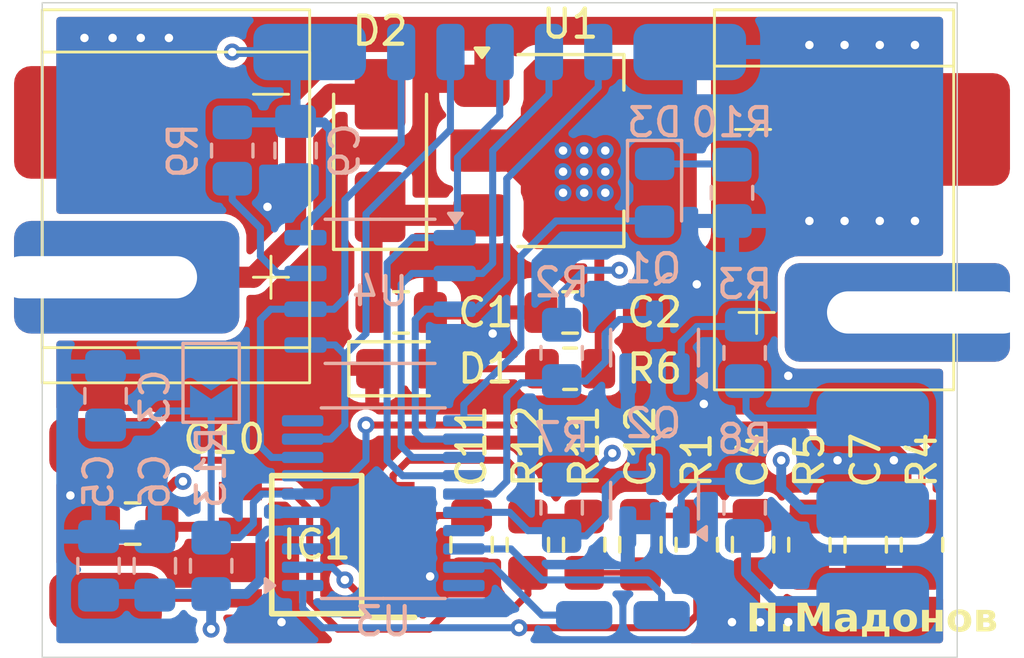
<source format=kicad_pcb>
(kicad_pcb (version 20241229) (generator "pcbnew") (generator_version "9.0")
  (layers (0 "F.Cu" signal) (4 "In1.Cu" signal) (6 "In2.Cu" signal) (2 "B.Cu" signal) (13 "F.Paste" user) (15 "B.Paste" user) (5 "F.SilkS" user "F.Silkscreen") (7 "B.SilkS" user "B.Silkscreen") (1 "F.Mask" user) (3 "B.Mask" user) (25 "Edge.Cuts" user))
  (net 0 "")
  (net 1 "VCC")
  (net 2 "GNDD")
  (net 3 "+3.3V")
  (net 4 "NSD")
  (net 5 "Net-(C7-Pad1)")
  (net 6 "PWM1")
  (net 7 "PWM2")
  (net 11 "SPI_MISO")
  (net 12 "SPI_MOSI")
  (net 13 "SWCLK")
  (net 14 "SWDIO")
  (net 15 "Trigger_Signal")
  (net 16 "Net-(Q1-B)")
  (net 17 "SPI_SCK")
  (net 18 "Button")
  (net 19 "Net-(Q2-B)")
  (net 20 "Net-(J6-Pin_1)")
  (net 21 "Net-(D1-A)")
  (net 22 "Net-(J5-Pin_1)")
  (net 23 "Net-(D2-K)")
  (net 24 "Net-(U4-HOLD)")
  (net 25 "NCS")
  (net 26 "NWP")
  (net 27 "NRST")
  (net 28 "Net-(D3-K)")
  (net 29 "Net-(D3-A)")
  (net 30 "Net-(C12-Pad1)")
  (net 31 "Net-(IC1-+IN)")
  (net 32 "Net-(C12-Pad2)")
  (net 33 "Net-(IC1--IN)")
  (net 34 "Net-(IC1-VO2)")
  (net 35 "Net-(IC1-VO1)")
  (footprint "Resistor_SMD:R_0805_2012Metric_Pad1.20x1.40mm_HandSolder" (layer "F.Cu") (at 124.75 106.5 90)
    (property "Reference" "R11" (at 3.5 0 90) (layer "F.SilkS"))
    (property "Value" "20k" (hide yes))
    (pad "1" smd roundrect (at -1 0 90) (size 1.2 1.4) (layers "F.Cu" "F.Mask" "F.Paste") (roundrect_rratio 0.208333) (net 32 "Net-(C12-Pad2)"))
    (pad "2" smd roundrect (at 1 0 90) (size 1.2 1.4) (layers "F.Cu" "F.Mask" "F.Paste") (roundrect_rratio 0.208333) (net 33 "Net-(IC1--IN)"))
  )
  (footprint "LED_SMD:LED_0805_2012Metric_Pad1.15x1.40mm_HandSolder" (layer "F.Cu") (at 118.25 100.25)
    (property "Reference" "D1" (at 3 0 180) (layer "F.SilkS"))
    (property "Value" "LED" (hide yes))
    (pad "1" smd roundrect (at -1.024999 0) (size 1.15 1.4) (layers "F.Cu" "F.Mask" "F.Paste") (roundrect_rratio 0.217391) (net 2 "GNDD"))
    (pad "2" smd roundrect (at 1.024999 0) (size 1.15 1.4) (layers "F.Cu" "F.Mask" "F.Paste") (roundrect_rratio 0.217391) (net 21 "Net-(D1-A)"))
  )
  (footprint "T_DEANS:T_DEANS_MALE_1" (layer "F.Cu") (at 107.5 92 180)
    (property "Reference" "J2" (hide yes))
    (property "Value" "Conn_01x02_Pin" (hide yes))
    (pad "1" thru_hole roundrect (at 0 -5) (size 8 4) (drill oval 7 1.5 (offset 1 0)) (layers "*.Cu" "*.Mask") (roundrect_rratio 0.15) (net 1 "VCC"))
    (pad "2" smd roundrect (at 0 0.499999) (size 8 4) (drill oval (offset 1 0)) (layers "F.Cu" "F.Mask" "F.Paste") (roundrect_rratio 0.15) (net 2 "GNDD"))
  )
  (footprint "T_DEANS:T_DEANS_FEMALE_2" (layer "F.Cu") (at 123.375 95)
    (property "Reference" "J3" (hide yes))
    (property "Value" "Conn_01x02_Socket" (hide yes))
    (pad "1" thru_hole roundrect (at 13.5 3.25 180) (size 8 3.5) (drill oval 7 1.5 (offset 1 0)) (layers "*.Cu" "*.Mask") (roundrect_rratio 0.15) (net 1 "VCC"))
    (pad "2" smd roundrect (at 13.5 -3.25 180) (size 8 4) (drill oval (offset 1 0)) (layers "F.Cu" "F.Mask" "F.Paste") (roundrect_rratio 0.15) (net 2 "GNDD"))
  )
  (footprint "Capacitor_SMD:C_0805_2012Metric_Pad1.18x1.45mm_HandSolder" (layer "F.Cu") (at 108.7125 105.75)
    (property "Reference" "C10" (at 3.25 -3 0) (layer "F.SilkS"))
    (property "Value" "1u" (hide yes))
    (pad "1" smd roundrect (at -1.0375 0) (size 1.175 1.45) (layers "F.Cu" "F.Mask" "F.Paste") (roundrect_rratio 0.212766) (net 2 "GNDD"))
    (pad "2" smd roundrect (at 1.0375 0) (size 1.175 1.45) (layers "F.Cu" "F.Mask" "F.Paste") (roundrect_rratio 0.212766) (net 3 "+3.3V"))
  )
  (footprint "Capacitor_SMD:C_0805_2012Metric_Pad1.18x1.45mm_HandSolder" (layer "F.Cu") (at 124.25 98.25 180)
    (property "Reference" "C2" (at -3 0 0) (layer "F.SilkS"))
    (property "Value" "10u" (hide yes))
    (pad "1" smd roundrect (at -1.0375 0 180) (size 1.175 1.45) (layers "F.Cu" "F.Mask" "F.Paste") (roundrect_rratio 0.212766) (net 3 "+3.3V"))
    (pad "2" smd roundrect (at 1.0375 0 180) (size 1.175 1.45) (layers "F.Cu" "F.Mask" "F.Paste") (roundrect_rratio 0.212766) (net 2 "GNDD"))
  )
  (footprint "Connector_Wire:SolderWirePad_1x01_SMD_2x4mm" (layer "F.Cu") (at 107.75 103 90)
    (property "Reference" "J10" (hide yes))
    (property "Value" "Conn_01x01_Socket" (hide yes))
    (pad "1" smd roundrect (at 0 0 90) (size 2 4) (layers "F.Cu" "F.Mask") (net 35 "Net-(IC1-VO1)"))
  )
  (footprint "SOIC127P600X175-8N:SOIC127P600X175-8N" (layer "F.Cu") (at 115.25 106.5 180)
    (property "Reference" "IC1" (at 0 0 0) (layer "F.SilkS"))
    (property "Value" "LM4889MA_NOPB" (hide yes))
    (pad "1" smd rect (at -2.711 -1.905 180) (size 1.528 0.65) (layers "F.Cu" "F.Mask" "F.Paste") (net 4 "NSD"))
    (pad "2" smd rect (at -2.711 -0.635 180) (size 1.528 0.65) (layers "F.Cu" "F.Mask" "F.Paste") (net 31 "Net-(IC1-+IN)"))
    (pad "3" smd rect (at -2.711 0.635 180) (size 1.528 0.65) (layers "F.Cu" "F.Mask" "F.Paste") (net 31 "Net-(IC1-+IN)"))
    (pad "4" smd rect (at -2.711 1.905 180) (size 1.528 0.65) (layers "F.Cu" "F.Mask" "F.Paste") (net 33 "Net-(IC1--IN)"))
    (pad "5" smd rect (at 2.711 1.905 180) (size 1.528 0.65) (layers "F.Cu" "F.Mask" "F.Paste") (net 35 "Net-(IC1-VO1)"))
    (pad "6" smd rect (at 2.711 0.635 180) (size 1.528 0.65) (layers "F.Cu" "F.Mask" "F.Paste") (net 3 "+3.3V"))
    (pad "7" smd rect (at 2.711 -0.635 180) (size 1.528 0.65) (layers "F.Cu" "F.Mask" "F.Paste") (net 2 "GNDD"))
    (pad "8" smd rect (at 2.711 -1.905 180) (size 1.528 0.65) (layers "F.Cu" "F.Mask" "F.Paste") (net 34 "Net-(IC1-VO2)"))
  )
  (footprint "Resistor_SMD:R_0805_2012Metric_Pad1.20x1.40mm_HandSolder" (layer "F.Cu") (at 132.75 106.5 90)
    (property "Reference" "R5" (at 3 0 90) (layer "F.SilkS"))
    (property "Value" "220k" (hide yes))
    (pad "1" smd roundrect (at -1 0 90) (size 1.2 1.4) (layers "F.Cu" "F.Mask" "F.Paste") (roundrect_rratio 0.208333) (net 5 "Net-(C7-Pad1)"))
    (pad "2" smd roundrect (at 1 0 90) (size 1.2 1.4) (layers "F.Cu" "F.Mask" "F.Paste") (roundrect_rratio 0.208333) (net 30 "Net-(C12-Pad1)"))
  )
  (footprint "Resistor_SMD:R_0805_2012Metric_Pad1.20x1.40mm_HandSolder" (layer "F.Cu") (at 128.75 106.5 90)
    (property "Reference" "R1" (at 3 0 90) (layer "F.SilkS"))
    (property "Value" "1k" (hide yes))
    (pad "1" smd roundrect (at -1 0 90) (size 1.2 1.4) (layers "F.Cu" "F.Mask" "F.Paste") (roundrect_rratio 0.208333) (net 6 "PWM1"))
    (pad "2" smd roundrect (at 1 0 90) (size 1.2 1.4) (layers "F.Cu" "F.Mask" "F.Paste") (roundrect_rratio 0.208333) (net 30 "Net-(C12-Pad1)"))
  )
  (footprint "Resistor_SMD:R_0805_2012Metric_Pad1.20x1.40mm_HandSolder" (layer "F.Cu") (at 122.75 106.5 -90)
    (property "Reference" "R12" (at -3.5 0 90) (layer "F.SilkS"))
    (property "Value" "20k" (hide yes))
    (pad "1" smd roundrect (at -1 0 270) (size 1.2 1.4) (layers "F.Cu" "F.Mask" "F.Paste") (roundrect_rratio 0.208333) (net 33 "Net-(IC1--IN)"))
    (pad "2" smd roundrect (at 1 0 270) (size 1.2 1.4) (layers "F.Cu" "F.Mask" "F.Paste") (roundrect_rratio 0.208333) (net 35 "Net-(IC1-VO1)"))
  )
  (footprint "Resistor_SMD:R_0805_2012Metric_Pad1.20x1.40mm_HandSolder" (layer "F.Cu") (at 136.75 106.5 -90)
    (property "Reference" "R4" (at -3 0 90) (layer "F.SilkS"))
    (property "Value" "1k" (hide yes))
    (pad "1" smd roundrect (at -1 0 270) (size 1.2 1.4) (layers "F.Cu" "F.Mask" "F.Paste") (roundrect_rratio 0.208333) (net 7 "PWM2"))
    (pad "2" smd roundrect (at 1 0 270) (size 1.2 1.4) (layers "F.Cu" "F.Mask" "F.Paste") (roundrect_rratio 0.208333) (net 5 "Net-(C7-Pad1)"))
  )
  (footprint "Package_TO_SOT_SMD:SOT-223-3_TabPin2" (layer "F.Cu") (at 124.25 92.5)
    (property "Reference" "U1" (at 0 -4.5 0) (layer "F.SilkS"))
    (property "Value" "LD1117S33TR_SOT223" (hide yes))
    (pad "1" smd roundrect (at -3.15 -2.3) (size 2 1.5) (layers "F.Cu" "F.Mask" "F.Paste") (net 2 "GNDD"))
    (pad "2" smd roundrect (at -3.15 0) (size 2 1.5) (layers "F.Cu" "F.Mask" "F.Paste") (net 3 "+3.3V"))
    (pad "2" smd roundrect (at 3.15 0) (size 2 3.8) (layers "F.Cu" "F.Mask" "F.Paste") (net 3 "+3.3V"))
    (pad "3" smd roundrect (at -3.15 2.3) (size 2 1.5) (layers "F.Cu" "F.Mask" "F.Paste") (net 23 "Net-(D2-K)"))
  )
  (footprint "Capacitor_SMD:C_0805_2012Metric_Pad1.18x1.45mm_HandSolder" (layer "F.Cu") (at 118.25 98.25)
    (property "Reference" "C1" (at 3 0 180) (layer "F.SilkS"))
    (property "Value" "100n" (hide yes))
    (pad "1" smd roundrect (at -1.0375 0) (size 1.175 1.45) (layers "F.Cu" "F.Mask" "F.Paste") (roundrect_rratio 0.212766) (net 23 "Net-(D2-K)"))
    (pad "2" smd roundrect (at 1.0375 0) (size 1.175 1.45) (layers "F.Cu" "F.Mask" "F.Paste") (roundrect_rratio 0.212766) (net 2 "GNDD"))
  )
  (footprint "Capacitor_SMD:C_0805_2012Metric_Pad1.18x1.45mm_HandSolder" (layer "F.Cu") (at 126.75 106.5 -90)
    (property "Reference" "C12" (at -3.5 0 90) (layer "F.SilkS"))
    (property "Value" "390n" (hide yes))
    (pad "1" smd roundrect (at -1.0375 0 270) (size 1.175 1.45) (layers "F.Cu" "F.Mask" "F.Paste") (roundrect_rratio 0.212766) (net 30 "Net-(C12-Pad1)"))
    (pad "2" smd roundrect (at 1.0375 0 270) (size 1.175 1.45) (layers "F.Cu" "F.Mask" "F.Paste") (roundrect_rratio 0.212766) (net 32 "Net-(C12-Pad2)"))
  )
  (footprint "Connector_Wire:SolderWirePad_1x01_SMD_2x4mm" (layer "F.Cu") (at 107.75 108.5 90)
    (property "Reference" "J4" (hide yes))
    (property "Value" "Conn_01x01_Socket" (hide yes))
    (pad "1" smd roundrect (at 0 0 90) (size 2 4) (layers "F.Cu" "F.Mask") (net 34 "Net-(IC1-VO2)"))
  )
  (footprint "Capacitor_SMD:C_0805_2012Metric_Pad1.18x1.45mm_HandSolder" (layer "F.Cu") (at 120.75 106.5 90)
    (property "Reference" "C11" (at 3.5 0 270) (layer "F.SilkS"))
    (property "Value" "1u" (hide yes))
    (pad "1" smd roundrect (at -1.0375 0 90) (size 1.175 1.45) (layers "F.Cu" "F.Mask" "F.Paste") (roundrect_rratio 0.212766) (net 2 "GNDD"))
    (pad "2" smd roundrect (at 1.0375 0 90) (size 1.175 1.45) (layers "F.Cu" "F.Mask" "F.Paste") (roundrect_rratio 0.212766) (net 31 "Net-(IC1-+IN)"))
  )
  (footprint "Diode_SMD:D_SMA" (layer "F.Cu") (at 117.5 92.5 90)
    (property "Reference" "D2" (at 4.25 0 0) (layer "F.SilkS"))
    (property "Value" "D" (hide yes))
    (pad "1" smd roundrect (at -2.000001 0 90) (size 2.5 1.8) (layers "F.Cu" "F.Mask" "F.Paste") (roundrect_rratio 0.1388888889) (net 23 "Net-(D2-K)"))
    (pad "2" smd roundrect (at 2.000001 0 90) (size 2.5 1.8) (layers "F.Cu" "F.Mask" "F.Paste") (roundrect_rratio 0.1388888889) (net 1 "VCC"))
  )
  (footprint "Resistor_SMD:R_0805_2012Metric_Pad1.20x1.40mm_HandSolder" (layer "F.Cu") (at 124.25 100.25)
    (property "Reference" "R6" (at 3 0 180) (layer "F.SilkS"))
    (property "Value" "1k" (hide yes))
    (pad "1" smd roundrect (at -1 0) (size 1.2 1.4) (layers "F.Cu" "F.Mask" "F.Paste") (roundrect_rratio 0.208333) (net 21 "Net-(D1-A)"))
    (pad "2" smd roundrect (at 1 0) (size 1.2 1.4) (layers "F.Cu" "F.Mask" "F.Paste") (roundrect_rratio 0.208333) (net 3 "+3.3V"))
  )
  (footprint "Capacitor_SMD:C_0805_2012Metric_Pad1.18x1.45mm_HandSolder" (layer "F.Cu") (at 134.75 106.5 90)
    (property "Reference" "C7" (at 3 0 90) (layer "F.SilkS"))
    (property "Value" "10n" (hide yes))
    (pad "1" smd roundrect (at -1.0375 0 90) (size 1.175 1.45) (layers "F.Cu" "F.Mask" "F.Paste") (roundrect_rratio 0.212766) (net 5 "Net-(C7-Pad1)"))
    (pad "2" smd roundrect (at 1.0375 0 90) (size 1.175 1.45) (layers "F.Cu" "F.Mask" "F.Paste") (roundrect_rratio 0.212766) (net 2 "GNDD"))
  )
  (footprint "Capacitor_SMD:C_0805_2012Metric_Pad1.18x1.45mm_HandSolder" (layer "F.Cu") (at 130.75 106.5 -90)
    (property "Reference" "C4" (at -3 0 90) (layer "F.SilkS"))
    (property "Value" "10n" (hide yes))
    (pad "1" smd roundrect (at -1.0375 0 270) (size 1.175 1.45) (layers "F.Cu" "F.Mask" "F.Paste") (roundrect_rratio 0.212766) (net 30 "Net-(C12-Pad1)"))
    (pad "2" smd roundrect (at 1.0375 0 270) (size 1.175 1.45) (layers "F.Cu" "F.Mask" "F.Paste") (roundrect_rratio 0.212766) (net 2 "GNDD"))
  )
  (footprint "Resistor_SMD:R_0805_2012Metric_Pad1.20x1.40mm_HandSolder" (layer "B.Cu") (at 123.95 105.1875 90)
    (property "Reference" "R7" (at 2.5 0 0) (layer "B.SilkS") (effects (justify mirror)))
    (property "Value" "100k" (hide yes))
    (pad "1" smd roundrect (at -1 0 90) (size 1.2 1.4) (layers "B.Cu" "B.Mask" "B.Paste") (roundrect_rratio 0.208333) (net 18 "Button"))
    (pad "2" smd roundrect (at 1 0 90) (size 1.2 1.4) (layers "B.Cu" "B.Mask" "B.Paste") (roundrect_rratio 0.208333) (net 3 "+3.3V"))
  )
  (footprint "Capacitor_SMD:C_0805_2012Metric_Pad1.18x1.45mm_HandSolder" (layer "B.Cu") (at 114.5 92.5 90)
    (property "Reference" "C9" (at 0 1.75 90) (layer "B.SilkS") (effects (justify mirror)))
    (property "Value" "100n" (hide yes))
    (pad "1" smd roundrect (at -1.0375 0 90) (size 1.175 1.45) (layers "B.Cu" "B.Mask" "B.Paste") (roundrect_rratio 0.212766) (net 2 "GNDD"))
    (pad "2" smd roundrect (at 1.0375 0 90) (size 1.175 1.45) (layers "B.Cu" "B.Mask" "B.Paste") (roundrect_rratio 0.212766) (net 3 "+3.3V"))
  )
  (footprint "Connector_Wire:SolderWirePad_1x01_SMD_1x2mm" (layer "B.Cu") (at 121.75 89 180)
    (property "Reference" "J11" (hide yes))
    (property "Value" "Conn_01x01_Socket" (hide yes))
    (pad "1" smd roundrect (at 0 0 180) (size 1 2) (layers "B.Cu" "B.Mask") (net 25 "NCS"))
  )
  (footprint "Package_SO:TSSOP-20_4.4x6.5mm_P0.65mm" (layer "B.Cu") (at 117.6125 105.025)
    (property "Reference" "U3" (at 0 4.2 180) (layer "B.SilkS") (effects (justify mirror)))
    (property "Value" "STM32C011F4Px" (hide yes))
    (pad "1" smd roundrect (at -2.8625 2.925) (size 1.475 0.4) (layers "B.Cu" "B.Mask" "B.Paste") (net 6 "PWM1"))
    (pad "2" smd roundrect (at -2.8625 2.275) (size 1.475 0.4) (layers "B.Cu" "B.Mask" "B.Paste") (net 4 "NSD"))
    (pad "3" smd roundrect (at -2.8625 1.625) (size 1.475 0.4) (layers "B.Cu" "B.Mask" "B.Paste"))
    (pad "4" smd roundrect (at -2.8625 0.975) (size 1.475 0.4) (layers "B.Cu" "B.Mask" "B.Paste") (net 3 "+3.3V"))
    (pad "5" smd roundrect (at -2.8625 0.325) (size 1.475 0.4) (layers "B.Cu" "B.Mask" "B.Paste") (net 2 "GNDD"))
    (pad "6" smd roundrect (at -2.8625 -0.325) (size 1.475 0.4) (layers "B.Cu" "B.Mask" "B.Paste") (net 27 "NRST"))
    (pad "7" smd roundrect (at -2.8625 -0.975) (size 1.475 0.4) (layers "B.Cu" "B.Mask" "B.Paste") (net 7 "PWM2"))
    (pad "8" smd roundrect (at -2.8625 -1.625) (size 1.475 0.4) (layers "B.Cu" "B.Mask" "B.Paste") (net 17 "SPI_SCK"))
    (pad "9" smd roundrect (at -2.8625 -2.275) (size 1.475 0.4) (layers "B.Cu" "B.Mask" "B.Paste") (net 12 "SPI_MOSI"))
    (pad "10" smd roundrect (at -2.8625 -2.925) (size 1.475 0.4) (layers "B.Cu" "B.Mask" "B.Paste"))
    (pad "11" smd roundrect (at 2.8625 -2.925) (size 1.475 0.4) (layers "B.Cu" "B.Mask" "B.Paste") (net 29 "Net-(D3-A)"))
    (pad "12" smd roundrect (at 2.8625 -2.275) (size 1.475 0.4) (layers "B.Cu" "B.Mask" "B.Paste") (net 26 "NWP"))
    (pad "13" smd roundrect (at 2.8625 -1.625) (size 1.475 0.4) (layers "B.Cu" "B.Mask" "B.Paste") (net 11 "SPI_MISO"))
    (pad "14" smd roundrect (at 2.8625 -0.975) (size 1.475 0.4) (layers "B.Cu" "B.Mask" "B.Paste") (net 25 "NCS"))
    (pad "15" smd roundrect (at 2.8625 -0.325) (size 1.475 0.4) (layers "B.Cu" "B.Mask" "B.Paste") (net 15 "Trigger_Signal"))
    (pad "16" smd roundrect (at 2.8625 0.325) (size 1.475 0.4) (layers "B.Cu" "B.Mask" "B.Paste") (net 18 "Button"))
    (pad "17" smd roundrect (at 2.8625 0.975) (size 1.475 0.4) (layers "B.Cu" "B.Mask" "B.Paste"))
    (pad "18" smd roundrect (at 2.8625 1.625) (size 1.475 0.4) (layers "B.Cu" "B.Mask" "B.Paste") (net 14 "SWDIO"))
    (pad "19" smd roundrect (at 2.8625 2.275) (size 1.475 0.4) (layers "B.Cu" "B.Mask" "B.Paste") (net 13 "SWCLK"))
    (pad "20" smd roundrect (at 2.8625 2.925) (size 1.475 0.4) (layers "B.Cu" "B.Mask" "B.Paste"))
  )
  (footprint "Resistor_SMD:R_0805_2012Metric_Pad1.20x1.40mm_HandSolder" (layer "B.Cu") (at 123.95 99.6875 90)
    (property "Reference" "R2" (at 2.5 0 0) (layer "B.SilkS") (effects (justify mirror)))
    (property "Value" "100k" (hide yes))
    (pad "1" smd roundrect (at -1 0 90) (size 1.2 1.4) (layers "B.Cu" "B.Mask" "B.Paste") (roundrect_rratio 0.208333) (net 15 "Trigger_Signal"))
    (pad "2" smd roundrect (at 1 0 90) (size 1.2 1.4) (layers "B.Cu" "B.Mask" "B.Paste") (roundrect_rratio 0.208333) (net 3 "+3.3V"))
  )
  (footprint "Resistor_SMD:R_0805_2012Metric_Pad1.20x1.40mm_HandSolder" (layer "B.Cu") (at 112.25 92.5 -90)
    (property "Reference" "R9" (at 0 1.75 90) (layer "B.SilkS") (effects (justify mirror)))
    (property "Value" "10k" (hide yes))
    (pad "1" smd roundrect (at -1 0 270) (size 1.2 1.4) (layers "B.Cu" "B.Mask" "B.Paste") (roundrect_rratio 0.208333) (net 3 "+3.3V"))
    (pad "2" smd roundrect (at 1 0 270) (size 1.2 1.4) (layers "B.Cu" "B.Mask" "B.Paste") (roundrect_rratio 0.208333) (net 24 "Net-(U4-HOLD)"))
  )
  (footprint "Resistor_SMD:R_0805_2012Metric_Pad1.20x1.40mm_HandSolder" (layer "B.Cu") (at 130.45 99.6875 -90)
    (property "Reference" "R3" (at -2.4375 0 0) (layer "B.SilkS") (effects (justify mirror)))
    (property "Value" "100k" (hide yes))
    (pad "1" smd roundrect (at -1 0 270) (size 1.2 1.4) (layers "B.Cu" "B.Mask" "B.Paste") (roundrect_rratio 0.208333) (net 16 "Net-(Q1-B)"))
    (pad "2" smd roundrect (at 1 0 270) (size 1.2 1.4) (layers "B.Cu" "B.Mask" "B.Paste") (roundrect_rratio 0.208333) (net 20 "Net-(J6-Pin_1)"))
  )
  (footprint "Connector_Wire:SolderWirePad_1x01_SMD_1x2mm" (layer "B.Cu") (at 127.5 109 -90)
    (property "Reference" "J16" (hide yes))
    (property "Value" "Conn_01x01_Socket" (hide yes))
    (pad "1" smd roundrect (at 0 0 270) (size 1 2) (layers "B.Cu" "B.Mask") (net 14 "SWDIO"))
  )
  (footprint "Connector_Wire:SolderWirePad_1x01_SMD_1x2mm" (layer "B.Cu") (at 124.75 109 -90)
    (property "Reference" "J17" (hide yes))
    (property "Value" "Conn_01x01_Socket" (hide yes))
    (pad "1" smd roundrect (at 0 0 270) (size 1 2) (layers "B.Cu" "B.Mask") (net 13 "SWCLK"))
  )
  (footprint "Connector_Wire:SolderWirePad_1x01_SMD_1x2mm" (layer "B.Cu") (at 118.25 89 180)
    (property "Reference" "J12" (hide yes))
    (property "Value" "Conn_01x01_Socket" (hide yes))
    (pad "1" smd roundrect (at 0 0 180) (size 1 2) (layers "B.Cu" "B.Mask") (net 17 "SPI_SCK"))
  )
  (footprint "Connector_Wire:SolderWirePad_1x01_SMD_1x2mm" (layer "B.Cu") (at 125.25 89 180)
    (property "Reference" "J15" (hide yes))
    (property "Value" "Conn_01x01_Socket" (hide yes))
    (pad "1" smd roundrect (at 0 0 180) (size 1 2) (layers "B.Cu" "B.Mask") (net 26 "NWP"))
  )
  (footprint "Connector_Wire:SolderWirePad_1x01_SMD_2x4mm" (layer "B.Cu") (at 128.5 89 -90)
    (property "Reference" "J18" (hide yes))
    (property "Value" "Conn_01x01_Socket" (hide yes))
    (pad "1" smd roundrect (at 0 0 270) (size 2 4) (layers "B.Cu" "B.Mask") (net 2 "GNDD"))
  )
  (footprint "LED_SMD:LED_0805_2012Metric_Pad1.15x1.40mm_HandSolder" (layer "B.Cu") (at 127.25 94 -90)
    (property "Reference" "D3" (at -2.5 0 180) (layer "B.SilkS") (effects (justify mirror)))
    (property "Value" "LED" (hide yes))
    (pad "1" smd roundrect (at -1.024999 0 270) (size 1.15 1.4) (layers "B.Cu" "B.Mask" "B.Paste") (roundrect_rratio 0.217391) (net 28 "Net-(D3-K)"))
    (pad "2" smd roundrect (at 1.024999 0 270) (size 1.15 1.4) (layers "B.Cu" "B.Mask" "B.Paste") (roundrect_rratio 0.217391) (net 29 "Net-(D3-A)"))
  )
  (footprint "Capacitor_SMD:C_0805_2012Metric_Pad1.18x1.45mm_HandSolder" (layer "B.Cu") (at 109.5 107.25 90)
    (property "Reference" "C6" (at 3 0 270) (layer "B.SilkS") (effects (justify mirror)))
    (property "Value" "1u" (hide yes))
    (pad "1" smd roundrect (at -1.0375 0 90) (size 1.175 1.45) (layers "B.Cu" "B.Mask" "B.Paste") (roundrect_rratio 0.212766) (net 3 "+3.3V"))
    (pad "2" smd roundrect (at 1.0375 0 90) (size 1.175 1.45) (layers "B.Cu" "B.Mask" "B.Paste") (roundrect_rratio 0.212766) (net 2 "GNDD"))
  )
  (footprint "Connector_Wire:SolderWirePad_1x01_SMD_2x4mm" (layer "B.Cu") (at 135 105.25 90)
    (property "Reference" "J7" (hide yes))
    (property "Value" "Conn_01x01_Socket" (hide yes))
    (pad "1" smd roundrect (at 0 0 90) (size 2 4) (layers "B.Cu" "B.Mask") (net 3 "+3.3V"))
  )
  (footprint "Resistor_SMD:R_0805_2012Metric_Pad1.20x1.40mm_HandSolder" (layer "B.Cu") (at 130 94 90)
    (property "Reference" "R10" (at 2.5 0 0) (layer "B.SilkS") (effects (justify mirror)))
    (property "Value" "1k" (hide yes))
    (pad "1" smd roundrect (at -1 0 90) (size 1.2 1.4) (layers "B.Cu" "B.Mask" "B.Paste") (roundrect_rratio 0.208333) (net 2 "GNDD"))
    (pad "2" smd roundrect (at 1 0 90) (size 1.2 1.4) (layers "B.Cu" "B.Mask" "B.Paste") (roundrect_rratio 0.208333) (net 28 "Net-(D3-K)"))
  )
  (footprint "Resistor_SMD:R_0805_2012Metric_Pad1.20x1.40mm_HandSolder" (layer "B.Cu") (at 130.45 105.1875 -90)
    (property "Reference" "R8" (at -2.4375 0 0) (layer "B.SilkS") (effects (justify mirror)))
    (property "Value" "100k" (hide yes))
    (pad "1" smd roundrect (at -1 0 270) (size 1.2 1.4) (layers "B.Cu" "B.Mask" "B.Paste") (roundrect_rratio 0.208333) (net 19 "Net-(Q2-B)"))
    (pad "2" smd roundrect (at 1 0 270) (size 1.2 1.4) (layers "B.Cu" "B.Mask" "B.Paste") (roundrect_rratio 0.208333) (net 22 "Net-(J5-Pin_1)"))
  )
  (footprint "Resistor_SMD:R_0805_2012Metric_Pad1.20x1.40mm_HandSolder" (layer "B.Cu") (at 111.5 107.25 -90)
    (property "Reference" "R13" (at -3.5 0 90) (layer "B.SilkS") (effects (justify mirror)))
    (property "Value" "10k" (hide yes))
    (pad "1" smd roundrect (at -1 0 270) (size 1.2 1.4) (layers "B.Cu" "B.Mask" "B.Paste") (roundrect_rratio 0.208333) (net 27 "NRST"))
    (pad "2" smd roundrect (at 1 0 270) (size 1.2 1.4) (layers "B.Cu" "B.Mask" "B.Paste") (roundrect_rratio 0.208333) (net 3 "+3.3V"))
  )
  (footprint "Capacitor_SMD:C_0805_2012Metric_Pad1.18x1.45mm_HandSolder" (layer "B.Cu") (at 107.75 101.2125 -90)
    (property "Reference" "C3" (at 0.0375 -1.75 90) (layer "B.SilkS") (effects (justify mirror)))
    (property "Value" "100n" (hide yes))
    (pad "1" smd roundrect (at -1.0375 0 270) (size 1.175 1.45) (layers "B.Cu" "B.Mask" "B.Paste") (roundrect_rratio 0.212766) (net 2 "GNDD"))
    (pad "2" smd roundrect (at 1.0375 0 270) (size 1.175 1.45) (layers "B.Cu" "B.Mask" "B.Paste") (roundrect_rratio 0.212766) (net 27 "NRST"))
  )
  (footprint "Package_TO_SOT_SMD:SOT-23" (layer "B.Cu") (at 127.25 104.9375 90)
    (property "Reference" "Q2" (at 2.75 -0.05 180) (layer "B.SilkS") (effects (justify mirror)))
    (property "Value" "MMBT2222A" (hide yes))
    (pad "1" smd roundrect (at -0.9375 0.95 90) (size 1.475 0.6) (layers "B.Cu" "B.Mask" "B.Paste") (net 19 "Net-(Q2-B)"))
    (pad "2" smd roundrect (at -0.9375 -0.95 90) (size 1.475 0.6) (layers "B.Cu" "B.Mask" "B.Paste") (net 2 "GNDD"))
    (pad "3" smd roundrect (at 0.937501 0 90) (size 1.475 0.6) (layers "B.Cu" "B.Mask" "B.Paste") (net 18 "Button"))
  )
  (footprint "Package_SO:JEITA_SOIC-8_3.9x4.9mm_P1.27mm" (layer "B.Cu") (at 117.5 97.5 180)
    (property "Reference" "U4" (at 0 0 0) (layer "B.SilkS") (effects (justify mirror)))
    (property "Value" "GD25D05CT" (hide yes))
    (pad "1" smd roundrect (at -2.65 1.904999 180) (size 1.5 0.55) (layers "B.Cu" "B.Mask" "B.Paste") (net 25 "NCS"))
    (pad "2" smd roundrect (at -2.65 0.635 180) (size 1.5 0.55) (layers "B.Cu" "B.Mask" "B.Paste") (net 11 "SPI_MISO"))
    (pad "3" smd roundrect (at -2.65 -0.635 180) (size 1.5 0.55) (layers "B.Cu" "B.Mask" "B.Paste") (net 26 "NWP"))
    (pad "4" smd roundrect (at -2.65 -1.904999 180) (size 1.5 0.55) (layers "B.Cu" "B.Mask" "B.Paste") (net 2 "GNDD"))
    (pad "5" smd roundrect (at 2.65 -1.904999 180) (size 1.5 0.55) (layers "B.Cu" "B.Mask" "B.Paste") (net 12 "SPI_MOSI"))
    (pad "6" smd roundrect (at 2.65 -0.635 180) (size 1.5 0.55) (layers "B.Cu" "B.Mask" "B.Paste") (net 17 "SPI_SCK"))
    (pad "7" smd roundrect (at 2.65 0.635 180) (size 1.5 0.55) (layers "B.Cu" "B.Mask" "B.Paste") (net 24 "Net-(U4-HOLD)"))
    (pad "8" smd roundrect (at 2.65 1.904999 180) (size 1.5 0.55) (layers "B.Cu" "B.Mask" "B.Paste") (net 3 "+3.3V"))
  )
  (footprint "Package_TO_SOT_SMD:SOT-23" (layer "B.Cu") (at 127.25 99.5 90)
    (property "Reference" "Q1" (at 2.8125 -0.05 0) (layer "B.SilkS") (effects (justify mirror)))
    (property "Value" "MMBT2222A" (hide yes))
    (pad "1" smd roundrect (at -0.9375 0.95 90) (size 1.475 0.6) (layers "B.Cu" "B.Mask" "B.Paste") (net 16 "Net-(Q1-B)"))
    (pad "2" smd roundrect (at -0.9375 -0.95 90) (size 1.475 0.6) (layers "B.Cu" "B.Mask" "B.Paste") (net 2 "GNDD"))
    (pad "3" smd roundrect (at 0.937501 0 90) (size 1.475 0.6) (layers "B.Cu" "B.Mask" "B.Paste") (net 15 "Trigger_Signal"))
  )
  (footprint "Connector_Wire:SolderWirePad_1x01_SMD_1x2mm" (layer "B.Cu") (at 120 89 180)
    (property "Reference" "J13" (hide yes))
    (property "Value" "Conn_01x01_Socket" (hide yes))
    (pad "1" smd roundrect (at 0 0 180) (size 1 2) (layers "B.Cu" "B.Mask") (net 12 "SPI_MOSI"))
  )
  (footprint "Connector_Wire:SolderWirePad_1x01_SMD_2x4mm" (layer "B.Cu") (at 115 89 -90)
    (property "Reference" "J1" (hide yes))
    (property "Value" "Conn_01x01_Socket" (hide yes))
    (pad "1" smd roundrect (at 0 0 270) (size 2 4) (layers "B.Cu" "B.Mask") (net 3 "+3.3V"))
  )
  (footprint "Connector_Wire:SolderWirePad_1x01_SMD_2x4mm" (layer "B.Cu") (at 135 102 -90)
    (property "Reference" "J6" (hide yes))
    (property "Value" "Conn_01x01_Socket" (hide yes))
    (pad "1" smd roundrect (at 0 0 270) (size 2 4) (layers "B.Cu" "B.Mask") (net 20 "Net-(J6-Pin_1)"))
  )
  (footprint "Capacitor_SMD:C_0805_2012Metric_Pad1.18x1.45mm_HandSolder" (layer "B.Cu") (at 107.499999 107.25 -90)
    (property "Reference" "C5" (at -3 -0.000001 90) (layer "B.SilkS") (effects (justify mirror)))
    (property "Value" "100n" (hide yes))
    (pad "1" smd roundrect (at -1.0375 0 270) (size 1.175 1.45) (layers "B.Cu" "B.Mask" "B.Paste") (roundrect_rratio 0.212766) (net 2 "GNDD"))
    (pad "2" smd roundrect (at 1.0375 0 270) (size 1.175 1.45) (layers "B.Cu" "B.Mask" "B.Paste") (roundrect_rratio 0.212766) (net 3 "+3.3V"))
  )
  (footprint "Jumper:SolderJumper-2_P1.3mm_Open_TrianglePad1.0x1.5mm" (layer "B.Cu") (at 111.5 100.75 -90)
    (property "Reference" "JP1" (hide yes))
    (property "Value" "SolderJumper_2_Open" (hide yes))
    (pad "1" smd custom (at -0.725 0 270) (size 0.3 0.3) (layers "B.Cu" "B.Mask") (net 2 "GNDD") (options (clearance outline) (anchor rect)) (primitives (gr_poly (pts (xy 1 0) (xy 0.5 -0.75) (xy -0.5 -0.75) (xy -0.5 0.75) (xy 0.5 0.75)) (width 0) (fill yes))))
    (pad "2" smd custom (at 0.725 0 270) (size 0.3 0.3) (layers "B.Cu" "B.Mask") (net 27 "NRST") (options (clearance outline) (anchor rect)) (primitives (gr_poly (pts (xy 0.5 -0.75) (xy -0.65 -0.75) (xy -0.15 0) (xy -0.65 0.75) (xy 0.5 0.75)) (width 0) (fill yes))))
  )
  (footprint "Connector_Wire:SolderWirePad_1x01_SMD_2x4mm" (layer "B.Cu") (at 135 108.5 90)
    (property "Reference" "J5" (hide yes))
    (property "Value" "Conn_01x01_Socket" (hide yes))
    (pad "1" smd roundrect (at 0 0 90) (size 2 4) (layers "B.Cu" "B.Mask") (net 22 "Net-(J5-Pin_1)"))
  )
  (footprint "Connector_Wire:SolderWirePad_1x01_SMD_1x2mm" (layer "B.Cu") (at 123.5 89 180)
    (property "Reference" "J14" (hide yes))
    (property "Value" "Conn_01x01_Socket" (hide yes))
    (pad "1" smd roundrect (at 0 0 180) (size 1 2) (layers "B.Cu" "B.Mask") (net 11 "SPI_MISO"))
  )
  (gr_rect (start 105.5 87.25) (end 138 110.5) (stroke (width 0.05)) (fill no) (layer "Edge.Cuts"))
  (gr_text "П.Мадонов" (at 130.5 109.75 0) (layer "F.SilkS") (effects (font (size 1 1) (thickness 0.125) (bold yes)) (justify left bottom)))
  (segment (start 115.75 90.5) (end 117.5 90.5) (width 0.75) (layer "F.Cu") (net 1))
  (segment (start 114.5 95.5) (end 114.5 91.75) (width 0.75) (layer "F.Cu") (net 1))
  (segment (start 113 97) (end 114.5 95.5) (width 0.75) (layer "F.Cu") (net 1))
  (segment (start 114.5 91.75) (end 115.75 90.5) (width 0.75) (layer "F.Cu") (net 1))
  (segment (start 107.5 97) (end 113 97) (width 0.75) (layer "F.Cu") (net 1))
  (via (at 108 88.5) (size 0.6) (drill 0.3) (layers "F.Cu" "B.Cu") (net 2))
  (via (at 132 109.25) (size 0.6) (drill 0.3) (layers "F.Cu" "B.Cu") (net 2))
  (via (at 114 109.25) (size 0.6) (drill 0.3) (layers "F.Cu" "B.Cu") (net 2))
  (via (at 135.25 95) (size 0.6) (drill 0.3) (layers "F.Cu" "B.Cu") (net 2))
  (via (at 134 88.75) (size 0.6) (drill 0.3) (layers "F.Cu" "B.Cu") (net 2))
  (via (at 113.5 94.5) (size 0.6) (drill 0.3) (layers "F.Cu" "B.Cu") (net 2))
  (via (at 132.75 88.75) (size 0.6) (drill 0.3) (layers "F.Cu" "B.Cu") (net 2))
  (via (at 121.5 99) (size 0.6) (drill 0.3) (layers "F.Cu" "B.Cu") (net 2))
  (via (at 130 109.25) (size 0.6) (drill 0.3) (layers "F.Cu" "B.Cu") (net 2))
  (via (at 109 88.5) (size 0.6) (drill 0.3) (layers "F.Cu" "B.Cu") (net 2))
  (via (at 133.75 103.5) (size 0.6) (drill 0.3) (layers "F.Cu" "B.Cu") (net 2))
  (via (at 135.25 88.75) (size 0.6) (drill 0.3) (layers "F.Cu" "B.Cu") (net 2))
  (via (at 106.5 104.75) (size 0.6) (drill 0.3) (layers "F.Cu" "B.Cu") (net 2))
  (via (at 136.5 95) (size 0.6) (drill 0.3) (layers "F.Cu" "B.Cu") (net 2))
  (via (at 119.279009 107.625421) (size 0.6) (drill 0.3) (layers "F.Cu" "B.Cu") (net 2))
  (via (at 129 101.5) (size 0.6) (drill 0.3) (layers "F.Cu" "B.Cu") (net 2))
  (via (at 107 88.5) (size 0.6) (drill 0.3) (layers "F.Cu" "B.Cu") (net 2))
  (via (at 132 100.5) (size 0.6) (drill 0.3) (layers "F.Cu" "B.Cu") (net 2))
  (via (at 136.5 88.75) (size 0.6) (drill 0.3) (layers "F.Cu" "B.Cu") (net 2))
  (via (at 132.75 95) (size 0.6) (drill 0.3) (layers "F.Cu" "B.Cu") (net 2))
  (via (at 131 109.25) (size 0.6) (drill 0.3) (layers "F.Cu" "B.Cu") (net 2))
  (via (at 110 88.5) (size 0.6) (drill 0.3) (layers "F.Cu" "B.Cu") (net 2))
  (via (at 134 95) (size 0.6) (drill 0.3) (layers "F.Cu" "B.Cu") (net 2))
  (via (at 128.75 97.25) (size 0.6) (drill 0.3) (layers "F.Cu" "B.Cu") (net 2))
  (via (at 135.75 103.5) (size 0.6) (drill 0.3) (layers "F.Cu" "B.Cu") (net 2))
  (segment (start 125.25 100.25) (end 125.25 98.25) (width 0.25) (layer "F.Cu") (net 3))
  (segment (start 109.865 105.865) (end 109.75 105.75) (width 0.25) (layer "F.Cu") (net 3))
  (segment (start 109.75 104.75) (end 109.75 105.5) (width 0.35) (layer "F.Cu") (net 3))
  (segment (start 125.2875 98.25) (end 125.2875 95.4625) (width 0.35) (layer "F.Cu") (net 3))
  (segment (start 110.5 104.25) (end 110.25 104.25) (width 0.35) (layer "F.Cu") (net 3))
  (segment (start 112.539 105.865) (end 109.865 105.865) (width 0.35) (layer "F.Cu") (net 3))
  (segment (start 125.2875 95.4625) (end 125.5 95.25) (width 0.35) (layer "F.Cu") (net 3))
  (segment (start 110.25 104.25) (end 109.75 104.75) (width 0.35) (layer "F.Cu") (net 3))
  (via (at 124 93.25) (size 0.6) (drill 0.3) (layers "F.Cu" "B.Cu") (net 3))
  (via (at 124.75 93.25) (size 0.6) (drill 0.3) (layers "F.Cu" "B.Cu") (net 3))
  (via (at 110.5 104.25) (size 0.6) (drill 0.3) (layers "F.Cu" "B.Cu") (net 3))
  (via (at 124 92.5) (size 0.6) (drill 0.3) (layers "F.Cu" "B.Cu") (net 3))
  (via (at 125.75 103.25) (size 0.6) (drill 0.3) (layers "F.Cu" "B.Cu") (net 3))
  (via (at 111.5 109.5) (size 0.6) (drill 0.3) (layers "F.Cu" "B.Cu") (net 3))
  (via (at 126 96.75) (size 0.6) (drill 0.3) (layers "F.Cu" "B.Cu") (net 3))
  (via (at 125.5 94) (size 0.6) (drill 0.3) (layers "F.Cu" "B.Cu") (net 3))
  (via (at 125.5 93.25) (size 0.6) (drill 0.3) (layers "F.Cu" "B.Cu") (net 3))
  (via (at 124.75 92.5) (size 0.6) (drill 0.3) (layers "F.Cu" "B.Cu") (net 3))
  (via (at 124 94) (size 0.6) (drill 0.3) (layers "F.Cu" "B.Cu") (net 3))
  (via (at 125.5 92.5) (size 0.6) (drill 0.3) (layers "F.Cu" "B.Cu") (net 3))
  (via (at 112.25 89) (size 0.6) (drill 0.3) (layers "F.Cu" "B.Cu") (net 3))
  (via (at 131.75 103.5) (size 0.6) (drill 0.3) (layers "F.Cu" "B.Cu") (net 3))
  (via (at 124.75 94) (size 0.6) (drill 0.3) (layers "F.Cu" "B.Cu") (net 3))
  (segment (start 124.75 96.75) (end 126 96.75) (width 0.25) (layer "B.Cu") (net 3))
  (segment (start 107.725 108.475) (end 107.5 108.25) (width 0.2) (layer "B.Cu") (net 3))
  (segment (start 115 89) (end 112.25 89) (width 0.35) (layer "B.Cu") (net 3))
  (segment (start 115.75 94.25) (end 115.75 91.75) (width 0.35) (layer "B.Cu") (net 3))
  (segment (start 112.75 108.25) (end 107.5 108.25) (width 0.35) (layer "B.Cu") (net 3))
  (segment (start 123.95 104.1875) (end 124.8125 104.1875) (width 0.25) (layer "B.Cu") (net 3))
  (segment (start 113.25 107.75) (end 112.75 108.25) (width 0.35) (layer "B.Cu") (net 3))
  (segment (start 114.85 95.15) (end 115 95) (width 0.35) (layer "B.Cu") (net 3))
  (segment (start 115 95) (end 115.75 94.25) (width 0.35) (layer "B.Cu") (net 3))
  (segment (start 111.5 109.5) (end 111.5 108.25) (width 0.35) (layer "B.Cu") (net 3))
  (segment (start 123.95 98.6875) (end 123.95 97.55) (width 0.25) (layer "B.Cu") (net 3))
  (segment (start 131.75 104.5) (end 131.75 103.5) (width 0.35) (layer "B.Cu") (net 3))
  (segment (start 114.75 106) (end 113.5 106) (width 0.35) (layer "B.Cu") (net 3))
  (segment (start 114.85 95.595001) (end 114.85 95.15) (width 0.35) (layer "B.Cu") (net 3))
  (segment (start 123.95 97.55) (end 124.75 96.75) (width 0.25) (layer "B.Cu") (net 3))
  (segment (start 124.8125 104.1875) (end 125.75 103.25) (width 0.25) (layer "B.Cu") (net 3))
  (segment (start 135 105.25) (end 132.5 105.25) (width 0.35) (layer "B.Cu") (net 3))
  (segment (start 113.5 106) (end 113.25 106.25) (width 0.35) (layer "B.Cu") (net 3))
  (segment (start 115.5 91.5) (end 112.25 91.5) (width 0.35) (layer "B.Cu") (net 3))
  (segment (start 113.25 106.25) (end 113.25 107.75) (width 0.35) (layer "B.Cu") (net 3))
  (segment (start 115.75 91.75) (end 115.5 91.5) (width 0.35) (layer "B.Cu") (net 3))
  (segment (start 114.5 91.4625) (end 114.5 89.25) (width 0.35) (layer "B.Cu") (net 3))
  (segment (start 132.5 105.25) (end 131.75 104.5) (width 0.35) (layer "B.Cu") (net 3))
  (segment (start 116.905 108.405) (end 116.25 107.75) (width 0.25) (layer "F.Cu") (net 4))
  (segment (start 117.961 108.405) (end 116.905 108.405) (width 0.25) (layer "F.Cu") (net 4))
  (via (at 116.25 107.75) (size 0.6) (drill 0.3) (layers "F.Cu" "B.Cu") (net 4))
  (segment (start 115.8 107.3) (end 116.25 107.75) (width 0.25) (layer "B.Cu") (net 4))
  (segment (start 114.75 107.3) (end 115.8 107.3) (width 0.25) (layer "B.Cu") (net 4))
  (segment (start 132.75 107.5) (end 136.75 107.5) (width 0.35) (layer "F.Cu") (net 5))
  (segment (start 128.75 107.5) (end 128.75 109) (width 0.25) (layer "F.Cu") (net 6))
  (segment (start 128.299999 109.450001) (end 122.433733 109.450001) (width 0.25) (layer "F.Cu") (net 6))
  (segment (start 128.75 109) (end 128.299999 109.450001) (width 0.25) (layer "F.Cu") (net 6))
  (via (at 122.433733 109.450001) (size 0.6) (drill 0.3) (layers "F.Cu" "B.Cu") (net 6))
  (segment (start 114.75 107.95) (end 114.75 108.75) (width 0.25) (layer "B.Cu") (net 6))
  (segment (start 122.433733 109.450001) (end 115.450001 109.450001) (width 0.25) (layer "B.Cu") (net 6))
  (segment (start 115.450001 109.450001) (end 114.75 108.75) (width 0.25) (layer "B.Cu") (net 6))
  (segment (start 136.75 105.5) (end 136.75 103.25) (width 0.25) (layer "F.Cu") (net 7))
  (segment (start 135.75 102.25) (end 117 102.25) (width 0.25) (layer "F.Cu") (net 7))
  (segment (start 136.75 103.25) (end 135.75 102.25) (width 0.25) (layer "F.Cu") (net 7))
  (via (at 117 102.25) (size 0.6) (drill 0.3) (layers "F.Cu" "B.Cu") (net 7))
  (segment (start 117 103.5) (end 117 102.25) (width 0.25) (layer "B.Cu") (net 7))
  (segment (start 114.75 104.05) (end 116.45 104.05) (width 0.25) (layer "B.Cu") (net 7))
  (segment (start 116.45 104.05) (end 117 103.5) (width 0.25) (layer "B.Cu") (net 7))
  (segment (start 120.475 103.4) (end 118.65 103.4) (width 0.25) (layer "B.Cu") (net 11))
  (segment (start 121.5 92.5) (end 123.5 90.5) (width 0.25) (layer "B.Cu") (net 11))
  (segment (start 118.635 96.865) (end 120.15 96.865) (width 0.25) (layer "B.Cu") (net 11))
  (segment (start 118.25 97.25) (end 118.635 96.865) (width 0.25) (layer "B.Cu") (net 11))
  (segment (start 123.5 90.5) (end 123.5 89.5) (width 0.25) (layer "B.Cu") (net 11))
  (segment (start 118.65 103.4) (end 118.25 103) (width 0.25) (layer "B.Cu") (net 11))
  (segment (start 121.5 96.5) (end 121.5 92.5) (width 0.25) (layer "B.Cu") (net 11))
  (segment (start 118.25 103) (end 118.25 97.25) (width 0.25) (layer "B.Cu") (net 11))
  (segment (start 120.15 96.865) (end 121.135 96.865) (width 0.25) (layer "B.Cu") (net 11))
  (segment (start 121.135 96.865) (end 121.5 96.5) (width 0.25) (layer "B.Cu") (net 11))
  (segment (start 116.25 99.75) (end 117 99) (width 0.25) (layer "B.Cu") (net 12))
  (segment (start 116.25 102.25) (end 115.75 102.75) (width 0.25) (layer "B.Cu") (net 12))
  (segment (start 117 94.75) (end 120 91.75) (width 0.25) (layer "B.Cu") (net 12))
  (segment (start 116.25 99.75) (end 116.25 102.25) (width 0.25) (layer "B.Cu") (net 12))
  (segment (start 114.85 99.404999) (end 115.904999 99.404999) (width 0.25) (layer "B.Cu") (net 12))
  (segment (start 115.75 102.75) (end 115.25 102.75) (width 0.25) (layer "B.Cu") (net 12))
  (segment (start 117 98.75) (end 117 94.75) (width 0.25) (layer "B.Cu") (net 12))
  (segment (start 115.904999 99.404999) (end 116 99.5) (width 0.25) (layer "B.Cu") (net 12))
  (segment (start 120 91.75) (end 120 89) (width 0.25) (layer "B.Cu") (net 12))
  (segment (start 116 99.5) (end 116.25 99.75) (width 0.25) (layer "B.Cu") (net 12))
  (segment (start 117 99) (end 117 98.75) (width 0.25) (layer "B.Cu") (net 12))
  (segment (start 123.25 109) (end 122.75 108.5) (width 0.25) (layer "B.Cu") (net 13))
  (segment (start 122.75 108.5) (end 121.5 107.25) (width 0.25) (layer "B.Cu") (net 13))
  (segment (start 121.5 107.25) (end 120.5 107.25) (width 0.25) (layer "B.Cu") (net 13))
  (segment (start 124.75 109) (end 123.25 109) (width 0.25) (layer "B.Cu") (net 13))
  (segment (start 123.25 107.75) (end 127 107.75) (width 0.25) (layer "B.Cu") (net 14))
  (segment (start 122.15 106.65) (end 123.25 107.75) (width 0.25) (layer "B.Cu") (net 14))
  (segment (start 120.475 106.65) (end 122.15 106.65) (width 0.25) (layer "B.Cu") (net 14))
  (segment (start 127.5 108.25) (end 127.5 109) (width 0.25) (layer "B.Cu") (net 14))
  (segment (start 127 107.75) (end 127.5 108.25) (width 0.25) (layer "B.Cu") (net 14))
  (segment (start 120.475 104.7) (end 121.55 104.7) (width 0.25) (layer "B.Cu") (net 15))
  (segment (start 126 98.5) (end 127.25 98.5) (width 0.25) (layer "B.Cu") (net 15))
  (segment (start 121.55 104.7) (end 122 104.25) (width 0.25) (layer "B.Cu") (net 15))
  (segment (start 125.5 99) (end 126 98.5) (width 0.25) (layer "B.Cu") (net 15))
  (segment (start 122 104.25) (end 122 101.25) (width 0.25) (layer "B.Cu") (net 15))
  (segment (start 125.25 100.25) (end 125.5 100) (width 0.25) (layer "B.Cu") (net 15))
  (segment (start 122.5 100.75) (end 123.75 100.75) (width 0.25) (layer "B.Cu") (net 15))
  (segment (start 122 101.25) (end 122.5 100.75) (width 0.25) (layer "B.Cu") (net 15))
  (segment (start 124.8125 100.6875) (end 125.25 100.25) (width 0.25) (layer "B.Cu") (net 15))
  (segment (start 125.5 100) (end 125.5 99) (width 0.25) (layer "B.Cu") (net 15))
  (segment (start 123.95 100.6875) (end 124.8125 100.6875) (width 0.25) (layer "B.Cu") (net 15))
  (segment (start 128.2 100.4375) (end 128.2 99.3) (width 0.25) (layer "B.Cu") (net 16))
  (segment (start 128.2 99.3) (end 128.75 98.75) (width 0.25) (layer "B.Cu") (net 16))
  (segment (start 128.75 98.75) (end 130.5 98.75) (width 0.25) (layer "B.Cu") (net 16))
  (segment (start 115.865 98.135) (end 116.25 97.75) (width 0.25) (layer "B.Cu") (net 17))
  (segment (start 116.25 94.25) (end 118.25 92.25) (width 0.25) (layer "B.Cu") (net 17))
  (segment (start 114.75 103.4) (end 113.65 103.4) (width 0.25) (layer "B.Cu") (net 17))
  (segment (start 113.615 98.135) (end 113.25 98.5) (width 0.25) (layer "B.Cu") (net 17))
  (segment (start 113.25 98.5) (end 113.5 98.25) (width 0.25) (layer "B.Cu") (net 17))
  (segment (start 113.25 103) (end 113.25 98.5) (width 0.25) (layer "B.Cu") (net 17))
  (segment (start 114.85 98.135) (end 113.615 98.135) (width 0.25) (layer "B.Cu") (net 17))
  (segment (start 116.25 97.75) (end 116.25 94.25) (width 0.25) (layer "B.Cu") (net 17))
  (segment (start 113.65 103.4) (end 113.25 103) (width 0.25) (layer "B.Cu") (net 17))
  (segment (start 118.25 92.25) (end 118.25 89.5) (width 0.25) (layer "B.Cu") (net 17))
  (segment (start 114.85 98.135) (end 115.865 98.135) (width 0.25) (layer "B.Cu") (net 17))
  (segment (start 120.475 105.35) (end 122.1 105.35) (width 0.25) (layer "B.Cu") (net 18))
  (segment (start 124.8125 106.1875) (end 125.25 105.75) (width 0.25) (layer "B.Cu") (net 18))
  (segment (start 123.95 106.1875) (end 124.8125 106.1875) (width 0.25) (layer "B.Cu") (net 18))
  (segment (start 125.5 104.5) (end 126 104) (width 0.25) (layer "B.Cu") (net 18))
  (segment (start 122.1 105.35) (end 122.75 106) (width 0.25) (layer "B.Cu") (net 18))
  (segment (start 125.5 105.5) (end 125.5 104.5) (width 0.25) (layer "B.Cu") (net 18))
  (segment (start 125.25 105.75) (end 125.5 105.5) (width 0.25) (layer "B.Cu") (net 18))
  (segment (start 126 104) (end 127.25 104) (width 0.25) (layer "B.Cu") (net 18))
  (segment (start 122.75 106) (end 123.75 106) (width 0.25) (layer "B.Cu") (net 18))
  (segment (start 128.2 105.875) (end 128.2 104.8) (width 0.25) (layer "B.Cu") (net 19))
  (segment (start 128.75 104.25) (end 130 104.25) (width 0.25) (layer "B.Cu") (net 19))
  (segment (start 128.2 104.8) (end 128.75 104.25) (width 0.25) (layer "B.Cu") (net 19))
  (segment (start 130.75 102) (end 130.5 101.75) (width 0.25) (layer "B.Cu") (net 20))
  (segment (start 130.5 101.75) (end 130.5 100.75) (width 0.25) (layer "B.Cu") (net 20))
  (segment (start 135 102) (end 130.75 102) (width 0.25) (layer "B.Cu") (net 20))
  (segment (start 119.5 100.25) (end 119.25 100) (width 0.25) (layer "F.Cu") (net 21))
  (segment (start 123.25 100.25) (end 119.5 100.25) (width 0.25) (layer "F.Cu") (net 21))
  (segment (start 131.5 108.5) (end 130.5 107.5) (width 0.35) (layer "B.Cu") (net 22))
  (segment (start 130.5 107.5) (end 130.5 106.25) (width 0.35) (layer "B.Cu") (net 22))
  (segment (start 135 108.5) (end 131.5 108.5) (width 0.35) (layer "B.Cu") (net 22))
  (segment (start 117.55 94.8) (end 117.5 94.75) (width 0.75) (layer "F.Cu") (net 23))
  (segment (start 121.1 94.8) (end 117.55 94.8) (width 0.75) (layer "F.Cu") (net 23))
  (segment (start 117.2125 98.25) (end 117.2125 95.0375) (width 0.75) (layer "F.Cu") (net 23))
  (segment (start 117.2125 95.0375) (end 117.5 94.75) (width 0.75) (layer "F.Cu") (net 23))
  (segment (start 113.865 96.865) (end 113.25 96.25) (width 0.25) (layer "B.Cu") (net 24))
  (segment (start 113.25 96.25) (end 113.25 95.25) (width 0.25) (layer "B.Cu") (net 24))
  (segment (start 112.25 94.25) (end 112.25 93.5) (width 0.25) (layer "B.Cu") (net 24))
  (segment (start 113.25 95.25) (end 112.25 94.25) (width 0.25) (layer "B.Cu") (net 24))
  (segment (start 114.85 96.865) (end 113.865 96.865) (width 0.25) (layer "B.Cu") (net 24))
  (segment (start 112.25 94) (end 112.25 93.75) (width 0.25) (layer "B.Cu") (net 24))
  (segment (start 118.25 104) (end 117.75 103.5) (width 0.25) (layer "B.Cu") (net 25))
  (segment (start 118.654999 95.595001) (end 117.75 96.5) (width 0.25) (layer "B.Cu") (net 25))
  (segment (start 118.3 104.05) (end 118.25 104) (width 0.25) (layer "B.Cu") (net 25))
  (segment (start 120.25 92.75) (end 121.75 91.25) (width 0.25) (layer "B.Cu") (net 25))
  (segment (start 120.25 95.5) (end 120.25 92.75) (width 0.25) (layer "B.Cu") (net 25))
  (segment (start 120.475 104.05) (end 118.3 104.05) (width 0.25) (layer "B.Cu") (net 25))
  (segment (start 120.15 95.595001) (end 118.654999 95.595001) (width 0.25) (layer "B.Cu") (net 25))
  (segment (start 121.75 91.25) (end 121.75 89) (width 0.25) (layer "B.Cu") (net 25))
  (segment (start 117.75 103.5) (end 117.75 96.5) (width 0.25) (layer "B.Cu") (net 25))
  (segment (start 120.899999 98.135) (end 122 97.034999) (width 0.25) (layer "B.Cu") (net 26))
  (segment (start 122 93.5) (end 125.25 90.25) (width 0.25) (layer "B.Cu") (net 26))
  (segment (start 118.75 98.5) (end 118.75 102.5) (width 0.25) (layer "B.Cu") (net 26))
  (segment (start 119.115 98.135) (end 118.75 98.5) (width 0.25) (layer "B.Cu") (net 26))
  (segment (start 120.15 98.135) (end 120.899999 98.135) (width 0.25) (layer "B.Cu") (net 26))
  (segment (start 120.15 98.135) (end 119.115 98.135) (width 0.25) (layer "B.Cu") (net 26))
  (segment (start 119 102.75) (end 120 102.75) (width 0.25) (layer "B.Cu") (net 26))
  (segment (start 122 97.034999) (end 122 93.5) (width 0.25) (layer "B.Cu") (net 26))
  (segment (start 125.25 90.25) (end 125.25 89.25) (width 0.25) (layer "B.Cu") (net 26))
  (segment (start 118.75 102.5) (end 119 102.75) (width 0.25) (layer "B.Cu") (net 26))
  (segment (start 114.75 104.7) (end 113.3 104.7) (width 0.25) (layer "B.Cu") (net 27))
  (segment (start 112.5 106.25) (end 113 105.75) (width 0.25) (layer "B.Cu") (net 27))
  (segment (start 109.75 101.75) (end 111.5 101.75) (width 0.25) (layer "B.Cu") (net 27))
  (segment (start 113.3 104.7) (end 113.25 104.75) (width 0.25) (layer "B.Cu") (net 27))
  (segment (start 111.5 101.475) (end 111.5 106.25) (width 0.25) (layer "B.Cu") (net 27))
  (segment (start 111.5 106.25) (end 112.5 106.25) (width 0.25) (layer "B.Cu") (net 27))
  (segment (start 113 105) (end 113.25 104.75) (width 0.25) (layer "B.Cu") (net 27))
  (segment (start 107.75 102.25) (end 109.25 102.25) (width 0.25) (layer "B.Cu") (net 27))
  (segment (start 109.25 102.25) (end 109.75 101.75) (width 0.25) (layer "B.Cu") (net 27))
  (segment (start 113 105.75) (end 113 105) (width 0.25) (layer "B.Cu") (net 27))
  (segment (start 129.975001 92.975001) (end 130 93) (width 0.25) (layer "B.Cu") (net 28))
  (segment (start 127.25 92.975001) (end 129.975001 92.975001) (width 0.25) (layer "B.Cu") (net 28))
  (segment (start 122.5 98.25) (end 122.5 96.25) (width 0.25) (layer "B.Cu") (net 29))
  (segment (start 120.475 102.1) (end 120.475 101.525) (width 0.25) (layer "B.Cu") (net 29))
  (segment (start 120.475 101.525) (end 120.5 101.5) (width 0.25) (layer "B.Cu") (net 29))
  (segment (start 123.75 95) (end 127.25 95) (width 0.25) (layer "B.Cu") (net 29))
  (segment (start 123.5 95.25) (end 123.75 95) (width 0.25) (layer "B.Cu") (net 29))
  (segment (start 120.5 101.5) (end 122.5 99.5) (width 0.25) (layer "B.Cu") (net 29))
  (segment (start 122.5 96.25) (end 123.5 95.25) (width 0.25) (layer "B.Cu") (net 29))
  (segment (start 122.5 99.5) (end 122.5 98.25) (width 0.25) (layer "B.Cu") (net 29))
  (segment (start 128.7875 105.4625) (end 128.75 105.5) (width 0.35) (layer "F.Cu") (net 30))
  (segment (start 126.75 105.4625) (end 132.7125 105.4625) (width 0.2) (layer "F.Cu") (net 30))
  (segment (start 132.7125 105.4625) (end 132.75 105.5) (width 0.2) (layer "F.Cu") (net 30))
  (segment (start 117.961 105.789) (end 118 105.75) (width 0.25) (layer "F.Cu") (net 31))
  (segment (start 117.961 107.135) (end 117.961 105.789) (width 0.25) (layer "F.Cu") (net 31))
  (segment (start 120.75 105.4625) (end 119.5375 105.4625) (width 0.25) (layer "F.Cu") (net 31))
  (segment (start 119.5375 105.4625) (end 119.25 105.75) (width 0.25) (layer "F.Cu") (net 31))
  (segment (start 119.25 105.75) (end 118.25 105.75) (width 0.25) (layer "F.Cu") (net 31))
  (segment (start 124.75 107.5) (end 126.75 107.5) (width 0.2) (layer "F.Cu") (net 32))
  (segment (start 122 103.5) (end 122.75 104.25) (width 0.25) (layer "F.Cu") (net 33))
  (segment (start 118.5 103.5) (end 122 103.5) (width 0.25) (layer "F.Cu") (net 33))
  (segment (start 117.961 104.595) (end 117.961 104.039) (width 0.25) (layer "F.Cu") (net 33))
  (segment (start 117.961 104.039) (end 118.5 103.5) (width 0.25) (layer "F.Cu") (net 33))
  (segment (start 122.75 105.5) (end 124.75 105.5) (width 0.2) (layer "F.Cu") (net 33))
  (segment (start 122.75 104.25) (end 122.75 105.25) (width 0.25) (layer "F.Cu") (net 33))
  (segment (start 124.405 105.655) (end 124.25 105.5) (width 0.35) (layer "F.Cu") (net 33))
  (segment (start 112.539 108.405) (end 108.405 108.405) (width 0.25) (layer "F.Cu") (net 34))
  (segment (start 108.405 108.905) (end 108 108.5) (width 0.5) (layer "F.Cu") (net 34))
  (segment (start 108.405 108.405) (end 108.25 108.25) (width 0.25) (layer "F.Cu") (net 34))
  (segment (start 112.539 104.039) (end 112 103.5) (width 0.25) (layer "F.Cu") (net 35))
  (segment (start 114.345 104.595) (end 112.539 104.595) (width 0.25) (layer "F.Cu") (net 35))
  (segment (start 112 103.5) (end 108 103.5) (width 0.25) (layer "F.Cu") (net 35))
  (segment (start 122.25 108.75) (end 120 108.75) (width 0.25) (layer "F.Cu") (net 35))
  (segment (start 122.75 108.25) (end 122.25 108.75) (width 0.25) (layer "F.Cu") (net 35))
  (segment (start 116 109.5) (end 115 108.5) (width 0.25) (layer "F.Cu") (net 35))
  (segment (start 119.25 109.5) (end 116 109.5) (width 0.25) (layer "F.Cu") (net 35))
  (segment (start 108 103.5) (end 107.75 103.25) (width 0.25) (layer "F.Cu") (net 35))
  (segment (start 122.75 107.75) (end 122.75 108.25) (width 0.25) (layer "F.Cu") (net 35))
  (segment (start 115 105.25) (end 114.345 104.595) (width 0.25) (layer "F.Cu") (net 35))
  (segment (start 112.539 104.595) (end 112.539 104.039) (width 0.25) (layer "F.Cu") (net 35))
  (segment (start 120 108.75) (end 119.25 109.5) (width 0.25) (layer "F.Cu") (net 35))
  (segment (start 115 108.5) (end 115 105.25) (width 0.25) (layer "F.Cu") (net 35))
  (zone (net 0) (net_name "") (layer "F.Cu") (connect_pads (clearance 0)) (min_thickness 0.25)
    (keepout (tracks allowed) (vias allowed) (pads allowed) (copperpour not_allowed) (footprints allowed))
    (fill (thermal_gap 0.5) (thermal_bridge_width 0.5))
    (polygon (pts (xy 123.75 101) (xy 123.75 97.5) (xy 124.75 97.5) (xy 124.75 101)))
  )
  (zone (net 0) (net_name "") (layer "F.Cu") (connect_pads (clearance 0)) (min_thickness 0.25)
    (keepout (tracks allowed) (vias allowed) (pads allowed) (copperpour not_allowed) (footprints allowed))
    (fill (thermal_gap 0.5) (thermal_bridge_width 0.5))
    (polygon (pts (xy 120 106) (xy 120 107) (xy 138.25 107) (xy 138.25 106)))
  )
  (zone (net 0) (net_name "") (layer "F.Cu") (connect_pads (clearance 0)) (min_thickness 0.25)
    (keepout (tracks allowed) (vias allowed) (pads allowed) (copperpour not_allowed) (footprints allowed))
    (fill (thermal_gap 0.5) (thermal_bridge_width 0.5))
    (polygon (pts (xy 108 106.5) (xy 108 105) (xy 109.25 105) (xy 109.25 106.5)))
  )
  (zone (net 3) (net_name "+3.3V") (layer "F.Cu") (connect_pads yes (clearance 0.5)) (min_thickness 0.25) (fill yes (thermal_gap 0.5) (thermal_bridge_width 0.5))
    (polygon (pts (xy 120 91.75) (xy 120 93.25) (xy 122 93.25) (xy 122.5 93.75) (xy 122.5 95.5) (xy 123 96) (xy 128.25 96) (xy 128.75 95.5) (xy 128.75 89.75) (xy 128.25 89.25) (xy 123 89.25) (xy 122.5 89.75) (xy 122.5 91.25) (xy 122 91.75)))
  )
  (zone (net 2) (net_name "GNDD") (layers "F.Cu" "B.Cu" "In1.Cu") (connect_pads (clearance 0.25)) (min_thickness 0.25) (fill yes (thermal_gap 0.5) (thermal_bridge_width 0.5))
    (polygon (pts (xy 105.5 87.25) (xy 105.25 110.5) (xy 138 110.25) (xy 138 87.25)))
  )
  (zone (net 0) (net_name "") (layer "B.Cu") (connect_pads (clearance 0)) (min_thickness 0.25)
    (keepout (tracks allowed) (vias allowed) (pads allowed) (copperpour not_allowed) (footprints allowed))
    (fill (thermal_gap 0.5) (thermal_bridge_width 0.5))
    (polygon (pts (xy 111.5 92) (xy 111.5 93) (xy 115.25 93) (xy 115.25 92)))
  )
  (zone (net 0) (net_name "") (layer "B.Cu") (connect_pads (clearance 0)) (min_thickness 0.25)
    (keepout (tracks allowed) (vias allowed) (pads allowed) (copperpour not_allowed) (footprints allowed))
    (fill (thermal_gap 0.5) (thermal_bridge_width 0.5))
    (polygon (pts (xy 126 98.75) (xy 126 99.75) (xy 126.75 99.75) (xy 126.75 98.75)))
  )
  (zone (net 0) (net_name "") (layer "B.Cu") (connect_pads (clearance 0)) (min_thickness 0.25)
    (keepout (tracks allowed) (vias allowed) (pads allowed) (copperpour not_allowed) (footprints allowed))
    (fill (thermal_gap 0.5) (thermal_bridge_width 0.5))
    (polygon (pts (xy 129.5 104.75) (xy 129.5 105.75) (xy 131.25 105.75) (xy 131.25 104.75)))
  )
  (zone (net 0) (net_name "") (layer "B.Cu") (connect_pads (clearance 0)) (min_thickness 0.25)
    (keepout (tracks allowed) (vias allowed) (pads allowed) (copperpour not_allowed) (footprints allowed))
    (fill (thermal_gap 0.5) (thermal_bridge_width 0.5))
    (polygon (pts (xy 129.75 99) (xy 129.75 100.25) (xy 131.25 100.25) (xy 131.25 99)))
  )
  (zone (net 0) (net_name "") (layer "B.Cu") (connect_pads (clearance 0)) (min_thickness 0.25)
    (keepout (tracks allowed) (vias allowed) (pads allowed) (copperpour not_allowed) (footprints allowed))
    (fill (thermal_gap 0.5) (thermal_bridge_width 0.5))
    (polygon (pts (xy 126 104.25) (xy 126 105.25) (xy 126.75 105.25) (xy 126.75 104.25)))
  )
  (zone (net 0) (net_name "") (layer "B.Cu") (connect_pads (clearance 0)) (min_thickness 0.25)
    (keepout (tracks allowed) (vias allowed) (pads allowed) (copperpour not_allowed) (footprints allowed))
    (fill (thermal_gap 0.5) (thermal_bridge_width 0.5))
    (polygon (pts (xy 123 104.5) (xy 123 105.75) (xy 125.25 105.75) (xy 125.25 104.5)))
  )
  (zone (net 0) (net_name "") (layer "B.Cu") (connect_pads (clearance 0)) (min_thickness 0.25)
    (keepout (tracks allowed) (vias allowed) (pads allowed) (copperpour not_allowed) (footprints allowed))
    (fill (thermal_gap 0.5) (thermal_bridge_width 0.5))
    (polygon (pts (xy 107 100.5) (xy 107 101.75) (xy 108.5 101.75) (xy 108.5 100.5)))
  )
  (zone (net 0) (net_name "") (layer "B.Cu") (connect_pads (clearance 0)) (min_thickness 0.25)
    (keepout (tracks allowed) (vias allowed) (pads allowed) (copperpour not_allowed) (footprints allowed))
    (fill (thermal_gap 0.5) (thermal_bridge_width 0.5))
    (polygon (pts (xy 126.5 93.25) (xy 126.5 94.5) (xy 129.5 94.5) (xy 129.5 93.25)))
  )
)
</source>
